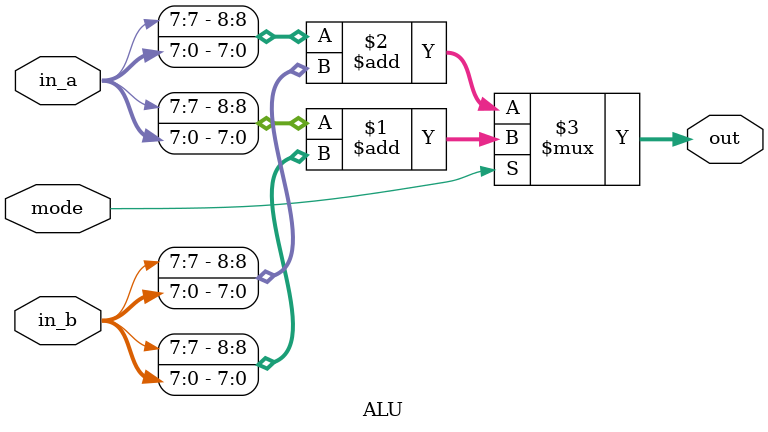
<source format=v>
module ALU ( out , mode , in_a , in_b  );

input mode;
input  [7:0] in_a , in_b;
output [8:0] out;

assign out = mode ? $signed({in_a[7], in_a}) + $signed({in_b[7], in_b}) : 
                    {in_a[7], in_a} + {in_b[7], in_b};

endmodule

</source>
